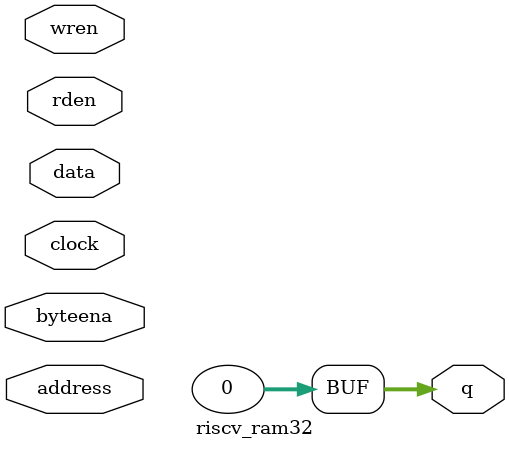
<source format=v>
module riscv_ram32(	// file.cleaned.mlir:2:3
  input  [7:0]  address,	// file.cleaned.mlir:2:29
  input  [3:0]  byteena,	// file.cleaned.mlir:2:47
  input         clock,	// file.cleaned.mlir:2:65
  input  [31:0] data,	// file.cleaned.mlir:2:81
  input         rden,	// file.cleaned.mlir:2:97
                wren,	// file.cleaned.mlir:2:112
  output [31:0] q	// file.cleaned.mlir:2:128
);

  assign q = 32'h0;	// file.cleaned.mlir:3:15, :4:5
endmodule


</source>
